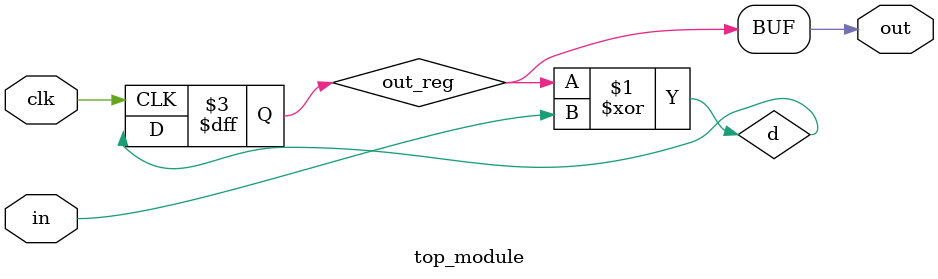
<source format=v>
module top_module (
    input clk,
    input in, 
    output out);

    //this is the code for gate and 'd' is the wire input for DFF
    wire d;
    assign d = out_reg ^ in;

    //use 'd' value from above for input
    reg out_reg;
    always @(posedge clk) begin
        out_reg <= d;
    end
    assign out = out_reg;

endmodule

</source>
